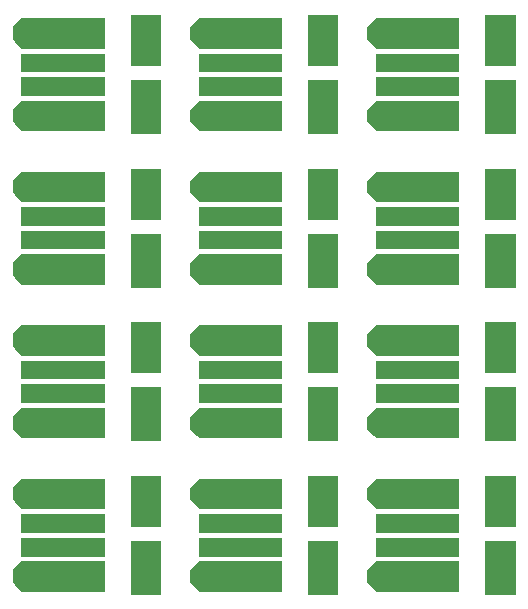
<source format=gts>
%MOIN*%
%OFA0B0*%
%FSLAX46Y46*%
%IPPOS*%
%LPD*%
%ADD10C,0.0039370078740157488*%
%ADD11C,0.00039370078740157485*%
%ADD22C,0.0039370078740157488*%
%ADD23C,0.00039370078740157485*%
%ADD24C,0.0039370078740157488*%
%ADD25C,0.00039370078740157485*%
%ADD26C,0.0039370078740157488*%
%ADD27C,0.00039370078740157485*%
%ADD28C,0.0039370078740157488*%
%ADD29C,0.00039370078740157485*%
%ADD30C,0.0039370078740157488*%
%ADD31C,0.00039370078740157485*%
%ADD32C,0.0039370078740157488*%
%ADD33C,0.00039370078740157485*%
%ADD34C,0.0039370078740157488*%
%ADD35C,0.00039370078740157485*%
%ADD36C,0.0039370078740157488*%
%ADD37C,0.00039370078740157485*%
%ADD38C,0.0039370078740157488*%
%ADD39C,0.00039370078740157485*%
%ADD40C,0.0039370078740157488*%
%ADD41C,0.00039370078740157485*%
%ADD42C,0.0039370078740157488*%
%ADD43C,0.00039370078740157485*%
G01G01*
D10*
G36*
X0000423228Y0001555118D02*
X0000423228Y0001732283D01*
X0000521653Y0001732283D01*
X0000521653Y0001555118D01*
X0000423228Y0001555118D01*
X0000423228Y0001555118D01*
G37*
X0000423228Y0001555118D02*
X0000423228Y0001732283D01*
X0000521653Y0001732283D01*
X0000521653Y0001555118D01*
X0000423228Y0001555118D01*
G36*
X0000521653Y0001781496D02*
X0000521653Y0001948818D01*
X0000423228Y0001948818D01*
X0000423228Y0001781496D01*
X0000521653Y0001781496D01*
X0000521653Y0001781496D01*
G37*
X0000521653Y0001781496D02*
X0000521653Y0001948818D01*
X0000423228Y0001948818D01*
X0000423228Y0001781496D01*
X0000521653Y0001781496D01*
D11*
G36*
X0000059055Y0001683070D02*
X0000334645Y0001683070D01*
X0000334645Y0001742125D01*
X0000059055Y0001742125D01*
X0000059055Y0001683070D01*
X0000059055Y0001683070D01*
G37*
X0000059055Y0001683070D02*
X0000334645Y0001683070D01*
X0000334645Y0001742125D01*
X0000059055Y0001742125D01*
X0000059055Y0001683070D01*
G36*
X0000334645Y0001663385D02*
X0000059055Y0001663385D01*
X0000029527Y0001633858D01*
X0000029527Y0001594488D01*
X0000059055Y0001564960D01*
X0000334645Y0001564960D01*
X0000334645Y0001663385D01*
X0000334645Y0001663385D01*
G37*
X0000334645Y0001663385D02*
X0000059055Y0001663385D01*
X0000029527Y0001633858D01*
X0000029527Y0001594488D01*
X0000059055Y0001564960D01*
X0000334645Y0001564960D01*
X0000334645Y0001663385D01*
G36*
X0000059055Y0001761811D02*
X0000334645Y0001761811D01*
X0000334645Y0001820866D01*
X0000059055Y0001820866D01*
X0000059055Y0001761811D01*
X0000059055Y0001761811D01*
G37*
X0000059055Y0001761811D02*
X0000334645Y0001761811D01*
X0000334645Y0001820866D01*
X0000059055Y0001820866D01*
X0000059055Y0001761811D01*
G36*
X0000334645Y0001938976D02*
X0000334645Y0001840551D01*
X0000059055Y0001840551D01*
X0000029527Y0001870078D01*
X0000029527Y0001909448D01*
X0000059055Y0001938976D01*
X0000334645Y0001938976D01*
X0000334645Y0001938976D01*
G37*
X0000334645Y0001938976D02*
X0000334645Y0001840551D01*
X0000059055Y0001840551D01*
X0000029527Y0001870078D01*
X0000029527Y0001909448D01*
X0000059055Y0001938976D01*
X0000334645Y0001938976D01*
G04 next file*
G04 #@! TF.GenerationSoftware,KiCad,Pcbnew,(2017-01-20 revision 550a1ea)-makepkg*
G04 #@! TF.CreationDate,2017-01-30T22:44:56+01:00*
G04 #@! TF.ProjectId,tomu,746F6D752E6B696361645F7063620000,rev?*
G04 #@! TF.FileFunction,Soldermask,Top*
G04 #@! TF.FilePolarity,Negative*
G04 Gerber Fmt 4.6, Leading zero omitted, Abs format (unit mm)*
G04 Created by KiCad (PCBNEW (2017-01-20 revision 550a1ea)-makepkg) date 01/30/17 22:44:56*
G01G01*
G04 APERTURE LIST*
G04 APERTURE END LIST*
D22*
G36*
X0001013779Y0001555118D02*
X0001013779Y0001732283D01*
X0001112204Y0001732283D01*
X0001112204Y0001555118D01*
X0001013779Y0001555118D01*
X0001013779Y0001555118D01*
G37*
X0001013779Y0001555118D02*
X0001013779Y0001732283D01*
X0001112204Y0001732283D01*
X0001112204Y0001555118D01*
X0001013779Y0001555118D01*
G36*
X0001112204Y0001781496D02*
X0001112204Y0001948818D01*
X0001013779Y0001948818D01*
X0001013779Y0001781496D01*
X0001112204Y0001781496D01*
X0001112204Y0001781496D01*
G37*
X0001112204Y0001781496D02*
X0001112204Y0001948818D01*
X0001013779Y0001948818D01*
X0001013779Y0001781496D01*
X0001112204Y0001781496D01*
D23*
G36*
X0000649606Y0001683070D02*
X0000925196Y0001683070D01*
X0000925196Y0001742125D01*
X0000649606Y0001742125D01*
X0000649606Y0001683070D01*
X0000649606Y0001683070D01*
G37*
X0000649606Y0001683070D02*
X0000925196Y0001683070D01*
X0000925196Y0001742125D01*
X0000649606Y0001742125D01*
X0000649606Y0001683070D01*
G36*
X0000925196Y0001663385D02*
X0000649606Y0001663385D01*
X0000620078Y0001633858D01*
X0000620078Y0001594488D01*
X0000649606Y0001564960D01*
X0000925196Y0001564960D01*
X0000925196Y0001663385D01*
X0000925196Y0001663385D01*
G37*
X0000925196Y0001663385D02*
X0000649606Y0001663385D01*
X0000620078Y0001633858D01*
X0000620078Y0001594488D01*
X0000649606Y0001564960D01*
X0000925196Y0001564960D01*
X0000925196Y0001663385D01*
G36*
X0000649606Y0001761811D02*
X0000925196Y0001761811D01*
X0000925196Y0001820866D01*
X0000649606Y0001820866D01*
X0000649606Y0001761811D01*
X0000649606Y0001761811D01*
G37*
X0000649606Y0001761811D02*
X0000925196Y0001761811D01*
X0000925196Y0001820866D01*
X0000649606Y0001820866D01*
X0000649606Y0001761811D01*
G36*
X0000925196Y0001938976D02*
X0000925196Y0001840551D01*
X0000649606Y0001840551D01*
X0000620078Y0001870078D01*
X0000620078Y0001909448D01*
X0000649606Y0001938976D01*
X0000925196Y0001938976D01*
X0000925196Y0001938976D01*
G37*
X0000925196Y0001938976D02*
X0000925196Y0001840551D01*
X0000649606Y0001840551D01*
X0000620078Y0001870078D01*
X0000620078Y0001909448D01*
X0000649606Y0001938976D01*
X0000925196Y0001938976D01*
G04 next file*
G04 #@! TF.GenerationSoftware,KiCad,Pcbnew,(2017-01-20 revision 550a1ea)-makepkg*
G04 #@! TF.CreationDate,2017-01-30T22:44:56+01:00*
G04 #@! TF.ProjectId,tomu,746F6D752E6B696361645F7063620000,rev?*
G04 #@! TF.FileFunction,Soldermask,Top*
G04 #@! TF.FilePolarity,Negative*
G04 Gerber Fmt 4.6, Leading zero omitted, Abs format (unit mm)*
G04 Created by KiCad (PCBNEW (2017-01-20 revision 550a1ea)-makepkg) date 01/30/17 22:44:56*
G01G01*
G04 APERTURE LIST*
G04 APERTURE END LIST*
D24*
G36*
X0001604330Y0001555118D02*
X0001604330Y0001732283D01*
X0001702755Y0001732283D01*
X0001702755Y0001555118D01*
X0001604330Y0001555118D01*
X0001604330Y0001555118D01*
G37*
X0001604330Y0001555118D02*
X0001604330Y0001732283D01*
X0001702755Y0001732283D01*
X0001702755Y0001555118D01*
X0001604330Y0001555118D01*
G36*
X0001702755Y0001781496D02*
X0001702755Y0001948818D01*
X0001604330Y0001948818D01*
X0001604330Y0001781496D01*
X0001702755Y0001781496D01*
X0001702755Y0001781496D01*
G37*
X0001702755Y0001781496D02*
X0001702755Y0001948818D01*
X0001604330Y0001948818D01*
X0001604330Y0001781496D01*
X0001702755Y0001781496D01*
D25*
G36*
X0001240157Y0001683070D02*
X0001515748Y0001683070D01*
X0001515748Y0001742125D01*
X0001240157Y0001742125D01*
X0001240157Y0001683070D01*
X0001240157Y0001683070D01*
G37*
X0001240157Y0001683070D02*
X0001515748Y0001683070D01*
X0001515748Y0001742125D01*
X0001240157Y0001742125D01*
X0001240157Y0001683070D01*
G36*
X0001515748Y0001663385D02*
X0001240157Y0001663385D01*
X0001210629Y0001633858D01*
X0001210629Y0001594488D01*
X0001240157Y0001564960D01*
X0001515748Y0001564960D01*
X0001515748Y0001663385D01*
X0001515748Y0001663385D01*
G37*
X0001515748Y0001663385D02*
X0001240157Y0001663385D01*
X0001210629Y0001633858D01*
X0001210629Y0001594488D01*
X0001240157Y0001564960D01*
X0001515748Y0001564960D01*
X0001515748Y0001663385D01*
G36*
X0001240157Y0001761811D02*
X0001515748Y0001761811D01*
X0001515748Y0001820866D01*
X0001240157Y0001820866D01*
X0001240157Y0001761811D01*
X0001240157Y0001761811D01*
G37*
X0001240157Y0001761811D02*
X0001515748Y0001761811D01*
X0001515748Y0001820866D01*
X0001240157Y0001820866D01*
X0001240157Y0001761811D01*
G36*
X0001515748Y0001938976D02*
X0001515748Y0001840551D01*
X0001240157Y0001840551D01*
X0001210629Y0001870078D01*
X0001210629Y0001909448D01*
X0001240157Y0001938976D01*
X0001515748Y0001938976D01*
X0001515748Y0001938976D01*
G37*
X0001515748Y0001938976D02*
X0001515748Y0001840551D01*
X0001240157Y0001840551D01*
X0001210629Y0001870078D01*
X0001210629Y0001909448D01*
X0001240157Y0001938976D01*
X0001515748Y0001938976D01*
G04 next file*
G04 #@! TF.GenerationSoftware,KiCad,Pcbnew,(2017-01-20 revision 550a1ea)-makepkg*
G04 #@! TF.CreationDate,2017-01-30T22:44:56+01:00*
G04 #@! TF.ProjectId,tomu,746F6D752E6B696361645F7063620000,rev?*
G04 #@! TF.FileFunction,Soldermask,Top*
G04 #@! TF.FilePolarity,Negative*
G04 Gerber Fmt 4.6, Leading zero omitted, Abs format (unit mm)*
G04 Created by KiCad (PCBNEW (2017-01-20 revision 550a1ea)-makepkg) date 01/30/17 22:44:56*
G01G01*
G04 APERTURE LIST*
G04 APERTURE END LIST*
D26*
G36*
X0000423228Y0001043307D02*
X0000423228Y0001220472D01*
X0000521653Y0001220472D01*
X0000521653Y0001043307D01*
X0000423228Y0001043307D01*
X0000423228Y0001043307D01*
G37*
X0000423228Y0001043307D02*
X0000423228Y0001220472D01*
X0000521653Y0001220472D01*
X0000521653Y0001043307D01*
X0000423228Y0001043307D01*
G36*
X0000521653Y0001269685D02*
X0000521653Y0001437007D01*
X0000423228Y0001437007D01*
X0000423228Y0001269685D01*
X0000521653Y0001269685D01*
X0000521653Y0001269685D01*
G37*
X0000521653Y0001269685D02*
X0000521653Y0001437007D01*
X0000423228Y0001437007D01*
X0000423228Y0001269685D01*
X0000521653Y0001269685D01*
D27*
G36*
X0000059055Y0001171259D02*
X0000334645Y0001171259D01*
X0000334645Y0001230314D01*
X0000059055Y0001230314D01*
X0000059055Y0001171259D01*
X0000059055Y0001171259D01*
G37*
X0000059055Y0001171259D02*
X0000334645Y0001171259D01*
X0000334645Y0001230314D01*
X0000059055Y0001230314D01*
X0000059055Y0001171259D01*
G36*
X0000334645Y0001151574D02*
X0000059055Y0001151574D01*
X0000029527Y0001122047D01*
X0000029527Y0001082677D01*
X0000059055Y0001053149D01*
X0000334645Y0001053149D01*
X0000334645Y0001151574D01*
X0000334645Y0001151574D01*
G37*
X0000334645Y0001151574D02*
X0000059055Y0001151574D01*
X0000029527Y0001122047D01*
X0000029527Y0001082677D01*
X0000059055Y0001053149D01*
X0000334645Y0001053149D01*
X0000334645Y0001151574D01*
G36*
X0000059055Y0001250000D02*
X0000334645Y0001250000D01*
X0000334645Y0001309055D01*
X0000059055Y0001309055D01*
X0000059055Y0001250000D01*
X0000059055Y0001250000D01*
G37*
X0000059055Y0001250000D02*
X0000334645Y0001250000D01*
X0000334645Y0001309055D01*
X0000059055Y0001309055D01*
X0000059055Y0001250000D01*
G36*
X0000334645Y0001427165D02*
X0000334645Y0001328740D01*
X0000059055Y0001328740D01*
X0000029527Y0001358267D01*
X0000029527Y0001397637D01*
X0000059055Y0001427165D01*
X0000334645Y0001427165D01*
X0000334645Y0001427165D01*
G37*
X0000334645Y0001427165D02*
X0000334645Y0001328740D01*
X0000059055Y0001328740D01*
X0000029527Y0001358267D01*
X0000029527Y0001397637D01*
X0000059055Y0001427165D01*
X0000334645Y0001427165D01*
G04 next file*
G04 #@! TF.GenerationSoftware,KiCad,Pcbnew,(2017-01-20 revision 550a1ea)-makepkg*
G04 #@! TF.CreationDate,2017-01-30T22:44:56+01:00*
G04 #@! TF.ProjectId,tomu,746F6D752E6B696361645F7063620000,rev?*
G04 #@! TF.FileFunction,Soldermask,Top*
G04 #@! TF.FilePolarity,Negative*
G04 Gerber Fmt 4.6, Leading zero omitted, Abs format (unit mm)*
G04 Created by KiCad (PCBNEW (2017-01-20 revision 550a1ea)-makepkg) date 01/30/17 22:44:56*
G01G01*
G04 APERTURE LIST*
G04 APERTURE END LIST*
D28*
G36*
X0001013779Y0001043307D02*
X0001013779Y0001220472D01*
X0001112204Y0001220472D01*
X0001112204Y0001043307D01*
X0001013779Y0001043307D01*
X0001013779Y0001043307D01*
G37*
X0001013779Y0001043307D02*
X0001013779Y0001220472D01*
X0001112204Y0001220472D01*
X0001112204Y0001043307D01*
X0001013779Y0001043307D01*
G36*
X0001112204Y0001269685D02*
X0001112204Y0001437007D01*
X0001013779Y0001437007D01*
X0001013779Y0001269685D01*
X0001112204Y0001269685D01*
X0001112204Y0001269685D01*
G37*
X0001112204Y0001269685D02*
X0001112204Y0001437007D01*
X0001013779Y0001437007D01*
X0001013779Y0001269685D01*
X0001112204Y0001269685D01*
D29*
G36*
X0000649606Y0001171259D02*
X0000925196Y0001171259D01*
X0000925196Y0001230314D01*
X0000649606Y0001230314D01*
X0000649606Y0001171259D01*
X0000649606Y0001171259D01*
G37*
X0000649606Y0001171259D02*
X0000925196Y0001171259D01*
X0000925196Y0001230314D01*
X0000649606Y0001230314D01*
X0000649606Y0001171259D01*
G36*
X0000925196Y0001151574D02*
X0000649606Y0001151574D01*
X0000620078Y0001122047D01*
X0000620078Y0001082677D01*
X0000649606Y0001053149D01*
X0000925196Y0001053149D01*
X0000925196Y0001151574D01*
X0000925196Y0001151574D01*
G37*
X0000925196Y0001151574D02*
X0000649606Y0001151574D01*
X0000620078Y0001122047D01*
X0000620078Y0001082677D01*
X0000649606Y0001053149D01*
X0000925196Y0001053149D01*
X0000925196Y0001151574D01*
G36*
X0000649606Y0001250000D02*
X0000925196Y0001250000D01*
X0000925196Y0001309055D01*
X0000649606Y0001309055D01*
X0000649606Y0001250000D01*
X0000649606Y0001250000D01*
G37*
X0000649606Y0001250000D02*
X0000925196Y0001250000D01*
X0000925196Y0001309055D01*
X0000649606Y0001309055D01*
X0000649606Y0001250000D01*
G36*
X0000925196Y0001427165D02*
X0000925196Y0001328740D01*
X0000649606Y0001328740D01*
X0000620078Y0001358267D01*
X0000620078Y0001397637D01*
X0000649606Y0001427165D01*
X0000925196Y0001427165D01*
X0000925196Y0001427165D01*
G37*
X0000925196Y0001427165D02*
X0000925196Y0001328740D01*
X0000649606Y0001328740D01*
X0000620078Y0001358267D01*
X0000620078Y0001397637D01*
X0000649606Y0001427165D01*
X0000925196Y0001427165D01*
G04 next file*
G04 #@! TF.GenerationSoftware,KiCad,Pcbnew,(2017-01-20 revision 550a1ea)-makepkg*
G04 #@! TF.CreationDate,2017-01-30T22:44:56+01:00*
G04 #@! TF.ProjectId,tomu,746F6D752E6B696361645F7063620000,rev?*
G04 #@! TF.FileFunction,Soldermask,Top*
G04 #@! TF.FilePolarity,Negative*
G04 Gerber Fmt 4.6, Leading zero omitted, Abs format (unit mm)*
G04 Created by KiCad (PCBNEW (2017-01-20 revision 550a1ea)-makepkg) date 01/30/17 22:44:56*
G01G01*
G04 APERTURE LIST*
G04 APERTURE END LIST*
D30*
G36*
X0001604330Y0001043307D02*
X0001604330Y0001220472D01*
X0001702755Y0001220472D01*
X0001702755Y0001043307D01*
X0001604330Y0001043307D01*
X0001604330Y0001043307D01*
G37*
X0001604330Y0001043307D02*
X0001604330Y0001220472D01*
X0001702755Y0001220472D01*
X0001702755Y0001043307D01*
X0001604330Y0001043307D01*
G36*
X0001702755Y0001269685D02*
X0001702755Y0001437007D01*
X0001604330Y0001437007D01*
X0001604330Y0001269685D01*
X0001702755Y0001269685D01*
X0001702755Y0001269685D01*
G37*
X0001702755Y0001269685D02*
X0001702755Y0001437007D01*
X0001604330Y0001437007D01*
X0001604330Y0001269685D01*
X0001702755Y0001269685D01*
D31*
G36*
X0001240157Y0001171259D02*
X0001515748Y0001171259D01*
X0001515748Y0001230314D01*
X0001240157Y0001230314D01*
X0001240157Y0001171259D01*
X0001240157Y0001171259D01*
G37*
X0001240157Y0001171259D02*
X0001515748Y0001171259D01*
X0001515748Y0001230314D01*
X0001240157Y0001230314D01*
X0001240157Y0001171259D01*
G36*
X0001515748Y0001151574D02*
X0001240157Y0001151574D01*
X0001210629Y0001122047D01*
X0001210629Y0001082677D01*
X0001240157Y0001053149D01*
X0001515748Y0001053149D01*
X0001515748Y0001151574D01*
X0001515748Y0001151574D01*
G37*
X0001515748Y0001151574D02*
X0001240157Y0001151574D01*
X0001210629Y0001122047D01*
X0001210629Y0001082677D01*
X0001240157Y0001053149D01*
X0001515748Y0001053149D01*
X0001515748Y0001151574D01*
G36*
X0001240157Y0001250000D02*
X0001515748Y0001250000D01*
X0001515748Y0001309055D01*
X0001240157Y0001309055D01*
X0001240157Y0001250000D01*
X0001240157Y0001250000D01*
G37*
X0001240157Y0001250000D02*
X0001515748Y0001250000D01*
X0001515748Y0001309055D01*
X0001240157Y0001309055D01*
X0001240157Y0001250000D01*
G36*
X0001515748Y0001427165D02*
X0001515748Y0001328740D01*
X0001240157Y0001328740D01*
X0001210629Y0001358267D01*
X0001210629Y0001397637D01*
X0001240157Y0001427165D01*
X0001515748Y0001427165D01*
X0001515748Y0001427165D01*
G37*
X0001515748Y0001427165D02*
X0001515748Y0001328740D01*
X0001240157Y0001328740D01*
X0001210629Y0001358267D01*
X0001210629Y0001397637D01*
X0001240157Y0001427165D01*
X0001515748Y0001427165D01*
G04 next file*
G04 #@! TF.GenerationSoftware,KiCad,Pcbnew,(2017-01-20 revision 550a1ea)-makepkg*
G04 #@! TF.CreationDate,2017-01-30T22:44:56+01:00*
G04 #@! TF.ProjectId,tomu,746F6D752E6B696361645F7063620000,rev?*
G04 #@! TF.FileFunction,Soldermask,Top*
G04 #@! TF.FilePolarity,Negative*
G04 Gerber Fmt 4.6, Leading zero omitted, Abs format (unit mm)*
G04 Created by KiCad (PCBNEW (2017-01-20 revision 550a1ea)-makepkg) date 01/30/17 22:44:56*
G01G01*
G04 APERTURE LIST*
G04 APERTURE END LIST*
D32*
G36*
X0000423228Y0000531496D02*
X0000423228Y0000708661D01*
X0000521653Y0000708661D01*
X0000521653Y0000531496D01*
X0000423228Y0000531496D01*
X0000423228Y0000531496D01*
G37*
X0000423228Y0000531496D02*
X0000423228Y0000708661D01*
X0000521653Y0000708661D01*
X0000521653Y0000531496D01*
X0000423228Y0000531496D01*
G36*
X0000521653Y0000757874D02*
X0000521653Y0000925196D01*
X0000423228Y0000925196D01*
X0000423228Y0000757874D01*
X0000521653Y0000757874D01*
X0000521653Y0000757874D01*
G37*
X0000521653Y0000757874D02*
X0000521653Y0000925196D01*
X0000423228Y0000925196D01*
X0000423228Y0000757874D01*
X0000521653Y0000757874D01*
D33*
G36*
X0000059055Y0000659448D02*
X0000334645Y0000659448D01*
X0000334645Y0000718503D01*
X0000059055Y0000718503D01*
X0000059055Y0000659448D01*
X0000059055Y0000659448D01*
G37*
X0000059055Y0000659448D02*
X0000334645Y0000659448D01*
X0000334645Y0000718503D01*
X0000059055Y0000718503D01*
X0000059055Y0000659448D01*
G36*
X0000334645Y0000639763D02*
X0000059055Y0000639763D01*
X0000029527Y0000610236D01*
X0000029527Y0000570866D01*
X0000059055Y0000541338D01*
X0000334645Y0000541338D01*
X0000334645Y0000639763D01*
X0000334645Y0000639763D01*
G37*
X0000334645Y0000639763D02*
X0000059055Y0000639763D01*
X0000029527Y0000610236D01*
X0000029527Y0000570866D01*
X0000059055Y0000541338D01*
X0000334645Y0000541338D01*
X0000334645Y0000639763D01*
G36*
X0000059055Y0000738188D02*
X0000334645Y0000738188D01*
X0000334645Y0000797244D01*
X0000059055Y0000797244D01*
X0000059055Y0000738188D01*
X0000059055Y0000738188D01*
G37*
X0000059055Y0000738188D02*
X0000334645Y0000738188D01*
X0000334645Y0000797244D01*
X0000059055Y0000797244D01*
X0000059055Y0000738188D01*
G36*
X0000334645Y0000915354D02*
X0000334645Y0000816929D01*
X0000059055Y0000816929D01*
X0000029527Y0000846456D01*
X0000029527Y0000885826D01*
X0000059055Y0000915354D01*
X0000334645Y0000915354D01*
X0000334645Y0000915354D01*
G37*
X0000334645Y0000915354D02*
X0000334645Y0000816929D01*
X0000059055Y0000816929D01*
X0000029527Y0000846456D01*
X0000029527Y0000885826D01*
X0000059055Y0000915354D01*
X0000334645Y0000915354D01*
G04 next file*
G04 #@! TF.GenerationSoftware,KiCad,Pcbnew,(2017-01-20 revision 550a1ea)-makepkg*
G04 #@! TF.CreationDate,2017-01-30T22:44:56+01:00*
G04 #@! TF.ProjectId,tomu,746F6D752E6B696361645F7063620000,rev?*
G04 #@! TF.FileFunction,Soldermask,Top*
G04 #@! TF.FilePolarity,Negative*
G04 Gerber Fmt 4.6, Leading zero omitted, Abs format (unit mm)*
G04 Created by KiCad (PCBNEW (2017-01-20 revision 550a1ea)-makepkg) date 01/30/17 22:44:56*
G01G01*
G04 APERTURE LIST*
G04 APERTURE END LIST*
D34*
G36*
X0001013779Y0000531496D02*
X0001013779Y0000708661D01*
X0001112204Y0000708661D01*
X0001112204Y0000531496D01*
X0001013779Y0000531496D01*
X0001013779Y0000531496D01*
G37*
X0001013779Y0000531496D02*
X0001013779Y0000708661D01*
X0001112204Y0000708661D01*
X0001112204Y0000531496D01*
X0001013779Y0000531496D01*
G36*
X0001112204Y0000757874D02*
X0001112204Y0000925196D01*
X0001013779Y0000925196D01*
X0001013779Y0000757874D01*
X0001112204Y0000757874D01*
X0001112204Y0000757874D01*
G37*
X0001112204Y0000757874D02*
X0001112204Y0000925196D01*
X0001013779Y0000925196D01*
X0001013779Y0000757874D01*
X0001112204Y0000757874D01*
D35*
G36*
X0000649606Y0000659448D02*
X0000925196Y0000659448D01*
X0000925196Y0000718503D01*
X0000649606Y0000718503D01*
X0000649606Y0000659448D01*
X0000649606Y0000659448D01*
G37*
X0000649606Y0000659448D02*
X0000925196Y0000659448D01*
X0000925196Y0000718503D01*
X0000649606Y0000718503D01*
X0000649606Y0000659448D01*
G36*
X0000925196Y0000639763D02*
X0000649606Y0000639763D01*
X0000620078Y0000610236D01*
X0000620078Y0000570866D01*
X0000649606Y0000541338D01*
X0000925196Y0000541338D01*
X0000925196Y0000639763D01*
X0000925196Y0000639763D01*
G37*
X0000925196Y0000639763D02*
X0000649606Y0000639763D01*
X0000620078Y0000610236D01*
X0000620078Y0000570866D01*
X0000649606Y0000541338D01*
X0000925196Y0000541338D01*
X0000925196Y0000639763D01*
G36*
X0000649606Y0000738188D02*
X0000925196Y0000738188D01*
X0000925196Y0000797244D01*
X0000649606Y0000797244D01*
X0000649606Y0000738188D01*
X0000649606Y0000738188D01*
G37*
X0000649606Y0000738188D02*
X0000925196Y0000738188D01*
X0000925196Y0000797244D01*
X0000649606Y0000797244D01*
X0000649606Y0000738188D01*
G36*
X0000925196Y0000915354D02*
X0000925196Y0000816929D01*
X0000649606Y0000816929D01*
X0000620078Y0000846456D01*
X0000620078Y0000885826D01*
X0000649606Y0000915354D01*
X0000925196Y0000915354D01*
X0000925196Y0000915354D01*
G37*
X0000925196Y0000915354D02*
X0000925196Y0000816929D01*
X0000649606Y0000816929D01*
X0000620078Y0000846456D01*
X0000620078Y0000885826D01*
X0000649606Y0000915354D01*
X0000925196Y0000915354D01*
G04 next file*
G04 #@! TF.GenerationSoftware,KiCad,Pcbnew,(2017-01-20 revision 550a1ea)-makepkg*
G04 #@! TF.CreationDate,2017-01-30T22:44:56+01:00*
G04 #@! TF.ProjectId,tomu,746F6D752E6B696361645F7063620000,rev?*
G04 #@! TF.FileFunction,Soldermask,Top*
G04 #@! TF.FilePolarity,Negative*
G04 Gerber Fmt 4.6, Leading zero omitted, Abs format (unit mm)*
G04 Created by KiCad (PCBNEW (2017-01-20 revision 550a1ea)-makepkg) date 01/30/17 22:44:56*
G01G01*
G04 APERTURE LIST*
G04 APERTURE END LIST*
D36*
G36*
X0001604330Y0000531496D02*
X0001604330Y0000708661D01*
X0001702755Y0000708661D01*
X0001702755Y0000531496D01*
X0001604330Y0000531496D01*
X0001604330Y0000531496D01*
G37*
X0001604330Y0000531496D02*
X0001604330Y0000708661D01*
X0001702755Y0000708661D01*
X0001702755Y0000531496D01*
X0001604330Y0000531496D01*
G36*
X0001702755Y0000757874D02*
X0001702755Y0000925196D01*
X0001604330Y0000925196D01*
X0001604330Y0000757874D01*
X0001702755Y0000757874D01*
X0001702755Y0000757874D01*
G37*
X0001702755Y0000757874D02*
X0001702755Y0000925196D01*
X0001604330Y0000925196D01*
X0001604330Y0000757874D01*
X0001702755Y0000757874D01*
D37*
G36*
X0001240157Y0000659448D02*
X0001515748Y0000659448D01*
X0001515748Y0000718503D01*
X0001240157Y0000718503D01*
X0001240157Y0000659448D01*
X0001240157Y0000659448D01*
G37*
X0001240157Y0000659448D02*
X0001515748Y0000659448D01*
X0001515748Y0000718503D01*
X0001240157Y0000718503D01*
X0001240157Y0000659448D01*
G36*
X0001515748Y0000639763D02*
X0001240157Y0000639763D01*
X0001210629Y0000610236D01*
X0001210629Y0000570866D01*
X0001240157Y0000541338D01*
X0001515748Y0000541338D01*
X0001515748Y0000639763D01*
X0001515748Y0000639763D01*
G37*
X0001515748Y0000639763D02*
X0001240157Y0000639763D01*
X0001210629Y0000610236D01*
X0001210629Y0000570866D01*
X0001240157Y0000541338D01*
X0001515748Y0000541338D01*
X0001515748Y0000639763D01*
G36*
X0001240157Y0000738188D02*
X0001515748Y0000738188D01*
X0001515748Y0000797244D01*
X0001240157Y0000797244D01*
X0001240157Y0000738188D01*
X0001240157Y0000738188D01*
G37*
X0001240157Y0000738188D02*
X0001515748Y0000738188D01*
X0001515748Y0000797244D01*
X0001240157Y0000797244D01*
X0001240157Y0000738188D01*
G36*
X0001515748Y0000915354D02*
X0001515748Y0000816929D01*
X0001240157Y0000816929D01*
X0001210629Y0000846456D01*
X0001210629Y0000885826D01*
X0001240157Y0000915354D01*
X0001515748Y0000915354D01*
X0001515748Y0000915354D01*
G37*
X0001515748Y0000915354D02*
X0001515748Y0000816929D01*
X0001240157Y0000816929D01*
X0001210629Y0000846456D01*
X0001210629Y0000885826D01*
X0001240157Y0000915354D01*
X0001515748Y0000915354D01*
G04 next file*
G04 #@! TF.GenerationSoftware,KiCad,Pcbnew,(2017-01-20 revision 550a1ea)-makepkg*
G04 #@! TF.CreationDate,2017-01-30T22:44:56+01:00*
G04 #@! TF.ProjectId,tomu,746F6D752E6B696361645F7063620000,rev?*
G04 #@! TF.FileFunction,Soldermask,Top*
G04 #@! TF.FilePolarity,Negative*
G04 Gerber Fmt 4.6, Leading zero omitted, Abs format (unit mm)*
G04 Created by KiCad (PCBNEW (2017-01-20 revision 550a1ea)-makepkg) date 01/30/17 22:44:56*
G01G01*
G04 APERTURE LIST*
G04 APERTURE END LIST*
D38*
G36*
X0000423228Y0000019685D02*
X0000423228Y0000196850D01*
X0000521653Y0000196850D01*
X0000521653Y0000019685D01*
X0000423228Y0000019685D01*
X0000423228Y0000019685D01*
G37*
X0000423228Y0000019685D02*
X0000423228Y0000196850D01*
X0000521653Y0000196850D01*
X0000521653Y0000019685D01*
X0000423228Y0000019685D01*
G36*
X0000521653Y0000246062D02*
X0000521653Y0000413385D01*
X0000423228Y0000413385D01*
X0000423228Y0000246062D01*
X0000521653Y0000246062D01*
X0000521653Y0000246062D01*
G37*
X0000521653Y0000246062D02*
X0000521653Y0000413385D01*
X0000423228Y0000413385D01*
X0000423228Y0000246062D01*
X0000521653Y0000246062D01*
D39*
G36*
X0000059055Y0000147637D02*
X0000334645Y0000147637D01*
X0000334645Y0000206692D01*
X0000059055Y0000206692D01*
X0000059055Y0000147637D01*
X0000059055Y0000147637D01*
G37*
X0000059055Y0000147637D02*
X0000334645Y0000147637D01*
X0000334645Y0000206692D01*
X0000059055Y0000206692D01*
X0000059055Y0000147637D01*
G36*
X0000334645Y0000127952D02*
X0000059055Y0000127952D01*
X0000029527Y0000098425D01*
X0000029527Y0000059055D01*
X0000059055Y0000029527D01*
X0000334645Y0000029527D01*
X0000334645Y0000127952D01*
X0000334645Y0000127952D01*
G37*
X0000334645Y0000127952D02*
X0000059055Y0000127952D01*
X0000029527Y0000098425D01*
X0000029527Y0000059055D01*
X0000059055Y0000029527D01*
X0000334645Y0000029527D01*
X0000334645Y0000127952D01*
G36*
X0000059055Y0000226377D02*
X0000334645Y0000226377D01*
X0000334645Y0000285433D01*
X0000059055Y0000285433D01*
X0000059055Y0000226377D01*
X0000059055Y0000226377D01*
G37*
X0000059055Y0000226377D02*
X0000334645Y0000226377D01*
X0000334645Y0000285433D01*
X0000059055Y0000285433D01*
X0000059055Y0000226377D01*
G36*
X0000334645Y0000403543D02*
X0000334645Y0000305118D01*
X0000059055Y0000305118D01*
X0000029527Y0000334645D01*
X0000029527Y0000374015D01*
X0000059055Y0000403543D01*
X0000334645Y0000403543D01*
X0000334645Y0000403543D01*
G37*
X0000334645Y0000403543D02*
X0000334645Y0000305118D01*
X0000059055Y0000305118D01*
X0000029527Y0000334645D01*
X0000029527Y0000374015D01*
X0000059055Y0000403543D01*
X0000334645Y0000403543D01*
G04 next file*
G04 #@! TF.GenerationSoftware,KiCad,Pcbnew,(2017-01-20 revision 550a1ea)-makepkg*
G04 #@! TF.CreationDate,2017-01-30T22:44:56+01:00*
G04 #@! TF.ProjectId,tomu,746F6D752E6B696361645F7063620000,rev?*
G04 #@! TF.FileFunction,Soldermask,Top*
G04 #@! TF.FilePolarity,Negative*
G04 Gerber Fmt 4.6, Leading zero omitted, Abs format (unit mm)*
G04 Created by KiCad (PCBNEW (2017-01-20 revision 550a1ea)-makepkg) date 01/30/17 22:44:56*
G01G01*
G04 APERTURE LIST*
G04 APERTURE END LIST*
D40*
G36*
X0001013779Y0000019685D02*
X0001013779Y0000196850D01*
X0001112204Y0000196850D01*
X0001112204Y0000019685D01*
X0001013779Y0000019685D01*
X0001013779Y0000019685D01*
G37*
X0001013779Y0000019685D02*
X0001013779Y0000196850D01*
X0001112204Y0000196850D01*
X0001112204Y0000019685D01*
X0001013779Y0000019685D01*
G36*
X0001112204Y0000246062D02*
X0001112204Y0000413385D01*
X0001013779Y0000413385D01*
X0001013779Y0000246062D01*
X0001112204Y0000246062D01*
X0001112204Y0000246062D01*
G37*
X0001112204Y0000246062D02*
X0001112204Y0000413385D01*
X0001013779Y0000413385D01*
X0001013779Y0000246062D01*
X0001112204Y0000246062D01*
D41*
G36*
X0000649606Y0000147637D02*
X0000925196Y0000147637D01*
X0000925196Y0000206692D01*
X0000649606Y0000206692D01*
X0000649606Y0000147637D01*
X0000649606Y0000147637D01*
G37*
X0000649606Y0000147637D02*
X0000925196Y0000147637D01*
X0000925196Y0000206692D01*
X0000649606Y0000206692D01*
X0000649606Y0000147637D01*
G36*
X0000925196Y0000127952D02*
X0000649606Y0000127952D01*
X0000620078Y0000098425D01*
X0000620078Y0000059055D01*
X0000649606Y0000029527D01*
X0000925196Y0000029527D01*
X0000925196Y0000127952D01*
X0000925196Y0000127952D01*
G37*
X0000925196Y0000127952D02*
X0000649606Y0000127952D01*
X0000620078Y0000098425D01*
X0000620078Y0000059055D01*
X0000649606Y0000029527D01*
X0000925196Y0000029527D01*
X0000925196Y0000127952D01*
G36*
X0000649606Y0000226377D02*
X0000925196Y0000226377D01*
X0000925196Y0000285433D01*
X0000649606Y0000285433D01*
X0000649606Y0000226377D01*
X0000649606Y0000226377D01*
G37*
X0000649606Y0000226377D02*
X0000925196Y0000226377D01*
X0000925196Y0000285433D01*
X0000649606Y0000285433D01*
X0000649606Y0000226377D01*
G36*
X0000925196Y0000403543D02*
X0000925196Y0000305118D01*
X0000649606Y0000305118D01*
X0000620078Y0000334645D01*
X0000620078Y0000374015D01*
X0000649606Y0000403543D01*
X0000925196Y0000403543D01*
X0000925196Y0000403543D01*
G37*
X0000925196Y0000403543D02*
X0000925196Y0000305118D01*
X0000649606Y0000305118D01*
X0000620078Y0000334645D01*
X0000620078Y0000374015D01*
X0000649606Y0000403543D01*
X0000925196Y0000403543D01*
G04 next file*
G04 #@! TF.GenerationSoftware,KiCad,Pcbnew,(2017-01-20 revision 550a1ea)-makepkg*
G04 #@! TF.CreationDate,2017-01-30T22:44:56+01:00*
G04 #@! TF.ProjectId,tomu,746F6D752E6B696361645F7063620000,rev?*
G04 #@! TF.FileFunction,Soldermask,Top*
G04 #@! TF.FilePolarity,Negative*
G04 Gerber Fmt 4.6, Leading zero omitted, Abs format (unit mm)*
G04 Created by KiCad (PCBNEW (2017-01-20 revision 550a1ea)-makepkg) date 01/30/17 22:44:56*
G01G01*
G04 APERTURE LIST*
G04 APERTURE END LIST*
D42*
G36*
X0001604330Y0000019685D02*
X0001604330Y0000196850D01*
X0001702755Y0000196850D01*
X0001702755Y0000019685D01*
X0001604330Y0000019685D01*
X0001604330Y0000019685D01*
G37*
X0001604330Y0000019685D02*
X0001604330Y0000196850D01*
X0001702755Y0000196850D01*
X0001702755Y0000019685D01*
X0001604330Y0000019685D01*
G36*
X0001702755Y0000246062D02*
X0001702755Y0000413385D01*
X0001604330Y0000413385D01*
X0001604330Y0000246062D01*
X0001702755Y0000246062D01*
X0001702755Y0000246062D01*
G37*
X0001702755Y0000246062D02*
X0001702755Y0000413385D01*
X0001604330Y0000413385D01*
X0001604330Y0000246062D01*
X0001702755Y0000246062D01*
D43*
G36*
X0001240157Y0000147637D02*
X0001515748Y0000147637D01*
X0001515748Y0000206692D01*
X0001240157Y0000206692D01*
X0001240157Y0000147637D01*
X0001240157Y0000147637D01*
G37*
X0001240157Y0000147637D02*
X0001515748Y0000147637D01*
X0001515748Y0000206692D01*
X0001240157Y0000206692D01*
X0001240157Y0000147637D01*
G36*
X0001515748Y0000127952D02*
X0001240157Y0000127952D01*
X0001210629Y0000098425D01*
X0001210629Y0000059055D01*
X0001240157Y0000029527D01*
X0001515748Y0000029527D01*
X0001515748Y0000127952D01*
X0001515748Y0000127952D01*
G37*
X0001515748Y0000127952D02*
X0001240157Y0000127952D01*
X0001210629Y0000098425D01*
X0001210629Y0000059055D01*
X0001240157Y0000029527D01*
X0001515748Y0000029527D01*
X0001515748Y0000127952D01*
G36*
X0001240157Y0000226377D02*
X0001515748Y0000226377D01*
X0001515748Y0000285433D01*
X0001240157Y0000285433D01*
X0001240157Y0000226377D01*
X0001240157Y0000226377D01*
G37*
X0001240157Y0000226377D02*
X0001515748Y0000226377D01*
X0001515748Y0000285433D01*
X0001240157Y0000285433D01*
X0001240157Y0000226377D01*
G36*
X0001515748Y0000403543D02*
X0001515748Y0000305118D01*
X0001240157Y0000305118D01*
X0001210629Y0000334645D01*
X0001210629Y0000374015D01*
X0001240157Y0000403543D01*
X0001515748Y0000403543D01*
X0001515748Y0000403543D01*
G37*
X0001515748Y0000403543D02*
X0001515748Y0000305118D01*
X0001240157Y0000305118D01*
X0001210629Y0000334645D01*
X0001210629Y0000374015D01*
X0001240157Y0000403543D01*
X0001515748Y0000403543D01*
M02*
</source>
